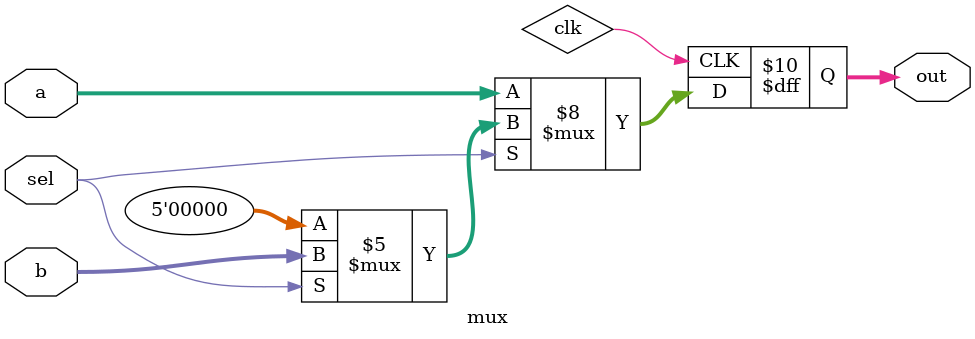
<source format=v>
module mux( 
input [4:0] a, b,
input sel,
output [4:0] out );
// When sel=0, assign a to out. 
// When sel=1, assign b to out.
// Note that it is legal to have sel be a left-over from the
// previous cycle.
always @(posedge clk) begin
    if (sel == 0)
        out <= a;
    else if (sel == 1)
        out <= b;
    else
        out <= 0;
end
endmodule

</source>
